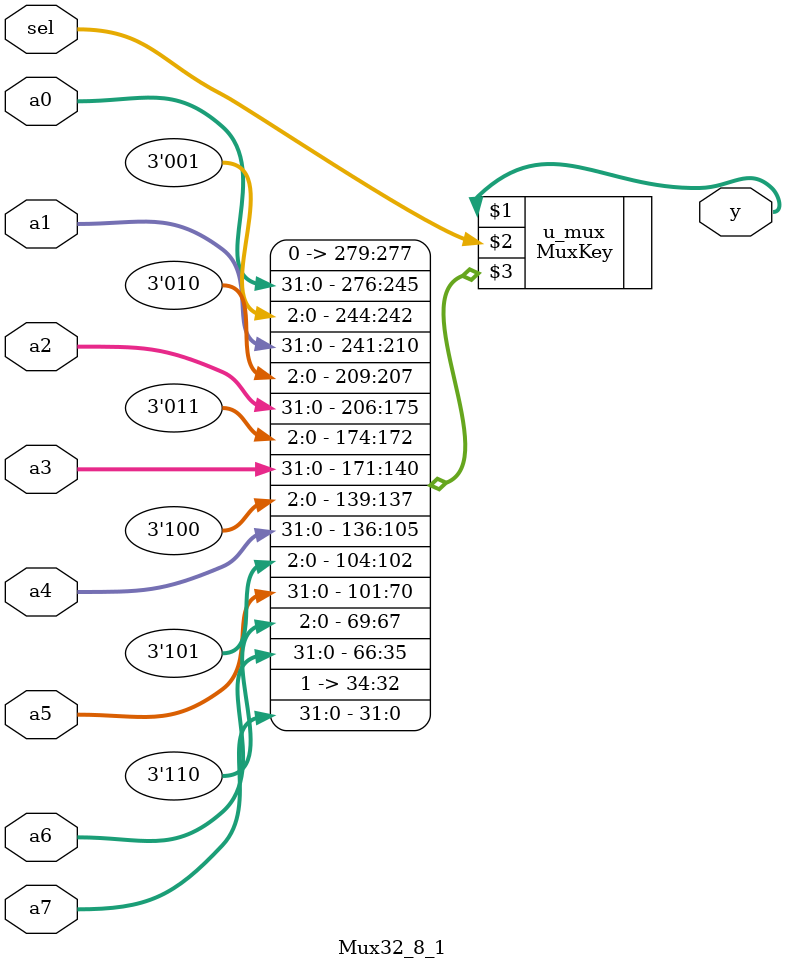
<source format=v>
module Mux32_8_1(
    input [31:0] a0,
    input [31:0] a1,
    input [31:0] a2,
    input [31:0] a3,
    input [31:0] a4,
    input [31:0] a5,
    input [31:0] a6,
    input [31:0] a7,
    input [2:0] sel,
    output [31:0] y
);
    MuxKey #(8, 3, 32) u_mux(y, sel,{
        3'd0, a0,
        3'd1, a1,
        3'd2, a2,
        3'd3, a3,
        3'd4, a4,
        3'd5, a5,
        3'd6, a6,
        3'd7, a7
    });
endmodule
</source>
